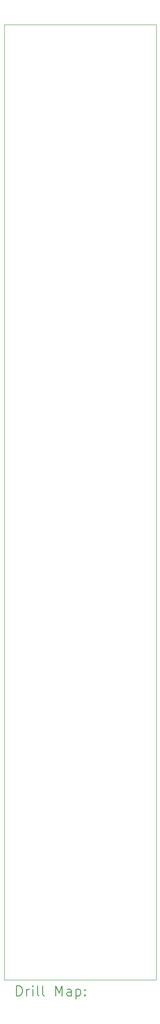
<source format=gbr>
%FSLAX45Y45*%
G04 Gerber Fmt 4.5, Leading zero omitted, Abs format (unit mm)*
G04 Created by KiCad (PCBNEW 6.0.5+dfsg-1~bpo11+1) date 2022-08-16 14:52:49*
%MOMM*%
%LPD*%
G01*
G04 APERTURE LIST*
%TA.AperFunction,Profile*%
%ADD10C,0.100000*%
%TD*%
%ADD11C,0.200000*%
G04 APERTURE END LIST*
D10*
X8636000Y-3810000D02*
X8636000Y-22860000D01*
X8636000Y-22860000D02*
X11684000Y-22860000D01*
X11684000Y-3810000D02*
X8636000Y-3810000D01*
X11684000Y-22860000D02*
X11684000Y-3810000D01*
D11*
X8888619Y-23175476D02*
X8888619Y-22975476D01*
X8936238Y-22975476D01*
X8964810Y-22985000D01*
X8983857Y-23004048D01*
X8993381Y-23023095D01*
X9002905Y-23061190D01*
X9002905Y-23089762D01*
X8993381Y-23127857D01*
X8983857Y-23146905D01*
X8964810Y-23165952D01*
X8936238Y-23175476D01*
X8888619Y-23175476D01*
X9088619Y-23175476D02*
X9088619Y-23042143D01*
X9088619Y-23080238D02*
X9098143Y-23061190D01*
X9107667Y-23051667D01*
X9126714Y-23042143D01*
X9145762Y-23042143D01*
X9212429Y-23175476D02*
X9212429Y-23042143D01*
X9212429Y-22975476D02*
X9202905Y-22985000D01*
X9212429Y-22994524D01*
X9221952Y-22985000D01*
X9212429Y-22975476D01*
X9212429Y-22994524D01*
X9336238Y-23175476D02*
X9317190Y-23165952D01*
X9307667Y-23146905D01*
X9307667Y-22975476D01*
X9441000Y-23175476D02*
X9421952Y-23165952D01*
X9412429Y-23146905D01*
X9412429Y-22975476D01*
X9669571Y-23175476D02*
X9669571Y-22975476D01*
X9736238Y-23118333D01*
X9802905Y-22975476D01*
X9802905Y-23175476D01*
X9983857Y-23175476D02*
X9983857Y-23070714D01*
X9974333Y-23051667D01*
X9955286Y-23042143D01*
X9917190Y-23042143D01*
X9898143Y-23051667D01*
X9983857Y-23165952D02*
X9964810Y-23175476D01*
X9917190Y-23175476D01*
X9898143Y-23165952D01*
X9888619Y-23146905D01*
X9888619Y-23127857D01*
X9898143Y-23108809D01*
X9917190Y-23099286D01*
X9964810Y-23099286D01*
X9983857Y-23089762D01*
X10079095Y-23042143D02*
X10079095Y-23242143D01*
X10079095Y-23051667D02*
X10098143Y-23042143D01*
X10136238Y-23042143D01*
X10155286Y-23051667D01*
X10164810Y-23061190D01*
X10174333Y-23080238D01*
X10174333Y-23137381D01*
X10164810Y-23156428D01*
X10155286Y-23165952D01*
X10136238Y-23175476D01*
X10098143Y-23175476D01*
X10079095Y-23165952D01*
X10260048Y-23156428D02*
X10269571Y-23165952D01*
X10260048Y-23175476D01*
X10250524Y-23165952D01*
X10260048Y-23156428D01*
X10260048Y-23175476D01*
X10260048Y-23051667D02*
X10269571Y-23061190D01*
X10260048Y-23070714D01*
X10250524Y-23061190D01*
X10260048Y-23051667D01*
X10260048Y-23070714D01*
M02*

</source>
